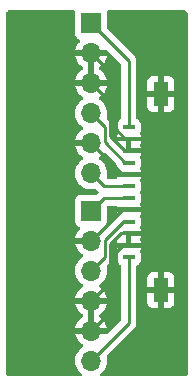
<source format=gbr>
%TF.GenerationSoftware,KiCad,Pcbnew,(6.0.5)*%
%TF.CreationDate,2023-11-29T10:07:13+07:00*%
%TF.ProjectId,conn_station,636f6e6e-5f73-4746-9174-696f6e2e6b69,rev?*%
%TF.SameCoordinates,Original*%
%TF.FileFunction,Copper,L1,Top*%
%TF.FilePolarity,Positive*%
%FSLAX46Y46*%
G04 Gerber Fmt 4.6, Leading zero omitted, Abs format (unit mm)*
G04 Created by KiCad (PCBNEW (6.0.5)) date 2023-11-29 10:07:13*
%MOMM*%
%LPD*%
G01*
G04 APERTURE LIST*
%TA.AperFunction,ComponentPad*%
%ADD10R,1.700000X1.700000*%
%TD*%
%TA.AperFunction,ComponentPad*%
%ADD11O,1.700000X1.700000*%
%TD*%
%TA.AperFunction,SMDPad,CuDef*%
%ADD12R,1.000000X0.400000*%
%TD*%
%TA.AperFunction,SMDPad,CuDef*%
%ADD13R,1.300000X2.000000*%
%TD*%
%TA.AperFunction,ViaPad*%
%ADD14C,0.800000*%
%TD*%
%TA.AperFunction,Conductor*%
%ADD15C,0.250000*%
%TD*%
G04 APERTURE END LIST*
D10*
%TO.P,J3,1,Pin_1*%
%TO.N,Net-(J2-Pad12)*%
X106700000Y-60800000D03*
D11*
%TO.P,J3,2,Pin_2*%
%TO.N,/GND*%
X106700000Y-63340000D03*
%TO.P,J3,3,Pin_3*%
X106700000Y-65880000D03*
%TO.P,J3,4,Pin_4*%
%TO.N,Net-(J2-Pad9)*%
X106700000Y-68420000D03*
%TO.P,J3,5,Pin_5*%
%TO.N,/GND*%
X106700000Y-70960000D03*
%TO.P,J3,6,Pin_6*%
%TO.N,Net-(J2-Pad7)*%
X106700000Y-73500000D03*
%TD*%
D10*
%TO.P,J1,1,Pin_1*%
%TO.N,Net-(J1-Pad1)*%
X106700000Y-76675000D03*
D11*
%TO.P,J1,2,Pin_2*%
%TO.N,/GND*%
X106700000Y-79215000D03*
%TO.P,J1,3,Pin_3*%
%TO.N,Net-(J1-Pad3)*%
X106700000Y-81755000D03*
%TO.P,J1,4,Pin_4*%
%TO.N,/GND*%
X106700000Y-84295000D03*
%TO.P,J1,5,Pin_5*%
X106700000Y-86835000D03*
%TO.P,J1,6,Pin_6*%
%TO.N,Net-(J1-Pad6)*%
X106700000Y-89375000D03*
%TD*%
D12*
%TO.P,J2,1,Pin_1*%
%TO.N,Net-(J1-Pad6)*%
X109900000Y-80600000D03*
%TO.P,J2,2,Pin_2*%
%TO.N,/GND*%
X109900000Y-79600000D03*
%TO.P,J2,3,Pin_3*%
X109900000Y-78600000D03*
%TO.P,J2,4,Pin_4*%
%TO.N,Net-(J1-Pad3)*%
X109900000Y-77600000D03*
%TO.P,J2,5,Pin_5*%
%TO.N,/GND*%
X109900000Y-76600000D03*
%TO.P,J2,6,Pin_6*%
%TO.N,Net-(J1-Pad1)*%
X109900000Y-75600000D03*
%TO.P,J2,7,Pin_7*%
%TO.N,Net-(J2-Pad7)*%
X109900000Y-74600000D03*
%TO.P,J2,8,Pin_8*%
%TO.N,/GND*%
X109900000Y-73600000D03*
%TO.P,J2,9,Pin_9*%
%TO.N,Net-(J2-Pad9)*%
X109900000Y-72600000D03*
%TO.P,J2,10,Pin_10*%
%TO.N,/GND*%
X109900000Y-71600000D03*
%TO.P,J2,11,Pin_11*%
X109900000Y-70600000D03*
%TO.P,J2,12,Pin_12*%
%TO.N,Net-(J2-Pad12)*%
X109900000Y-69600000D03*
D13*
%TO.P,J2,MP*%
%TO.N,/GND*%
X112600000Y-83400000D03*
X112600000Y-66800000D03*
%TD*%
D14*
%TO.N,/GND*%
X112600000Y-72600000D03*
X101100000Y-65800000D03*
X104300000Y-86900000D03*
X112600000Y-80400000D03*
X104300000Y-81700000D03*
X110100000Y-60800000D03*
X104500000Y-70900000D03*
X112500000Y-89400000D03*
X101100000Y-63300000D03*
X101000000Y-79200000D03*
X112600000Y-75300000D03*
X112600000Y-63400000D03*
X104500000Y-73400000D03*
X101100000Y-60800000D03*
X104500000Y-63300000D03*
X112500000Y-86900000D03*
X112600000Y-70200000D03*
X101100000Y-70900000D03*
X101000000Y-76700000D03*
X101100000Y-73400000D03*
X112600000Y-60900000D03*
X104500000Y-68300000D03*
X104300000Y-89400000D03*
X100900000Y-86900000D03*
X100900000Y-84200000D03*
X104300000Y-84200000D03*
X101100000Y-68300000D03*
X100900000Y-89400000D03*
X104400000Y-79200000D03*
X104400000Y-76700000D03*
X104500000Y-60800000D03*
X104500000Y-65800000D03*
X100900000Y-81700000D03*
X112600000Y-77900000D03*
X109900000Y-89400000D03*
%TD*%
D15*
%TO.N,Net-(J2-Pad12)*%
X109900000Y-69600000D02*
X109900000Y-64000000D01*
X109900000Y-64000000D02*
X106700000Y-60800000D01*
%TO.N,Net-(J1-Pad1)*%
X107775000Y-75600000D02*
X109900000Y-75600000D01*
X106700000Y-76675000D02*
X107775000Y-75600000D01*
%TO.N,/GND*%
X106700000Y-79215000D02*
X109315000Y-76600000D01*
X108773551Y-80200000D02*
X108773551Y-84761449D01*
X109373551Y-79600000D02*
X108773551Y-80200000D01*
X109900000Y-70600000D02*
X109600000Y-70600000D01*
X109900000Y-79600000D02*
X109373551Y-79600000D01*
X108324031Y-70324031D02*
X108324031Y-67504031D01*
X109900000Y-78600000D02*
X109224031Y-78600000D01*
X108773551Y-69773551D02*
X108773551Y-65413551D01*
X108773551Y-84761449D02*
X106700000Y-86835000D01*
X108324031Y-82670969D02*
X106700000Y-84295000D01*
X109340000Y-73600000D02*
X109900000Y-73600000D01*
X108324031Y-79500000D02*
X108324031Y-82670969D01*
X109315000Y-76600000D02*
X109900000Y-76600000D01*
X109600000Y-70600000D02*
X108773551Y-69773551D01*
X108773551Y-65413551D02*
X106700000Y-63340000D01*
X109600000Y-71600000D02*
X108324031Y-70324031D01*
X109900000Y-71600000D02*
X109600000Y-71600000D01*
X108324031Y-67504031D02*
X106700000Y-65880000D01*
X106700000Y-70960000D02*
X109340000Y-73600000D01*
X109224031Y-78600000D02*
X108324031Y-79500000D01*
%TO.N,Net-(J2-Pad9)*%
X107874511Y-70874511D02*
X107874511Y-69594511D01*
X107874511Y-69594511D02*
X106700000Y-68420000D01*
X109900000Y-72600000D02*
X109600000Y-72600000D01*
X109600000Y-72600000D02*
X107874511Y-70874511D01*
%TO.N,Net-(J1-Pad3)*%
X107874511Y-79125489D02*
X109400000Y-77600000D01*
X106700000Y-81755000D02*
X107874511Y-80580489D01*
X109400000Y-77600000D02*
X109900000Y-77600000D01*
X107874511Y-80580489D02*
X107874511Y-79125489D01*
%TO.N,Net-(J2-Pad7)*%
X106700000Y-73500000D02*
X107800000Y-74600000D01*
X107800000Y-74600000D02*
X109900000Y-74600000D01*
%TO.N,Net-(J1-Pad6)*%
X109900000Y-86175000D02*
X106700000Y-89375000D01*
X109900000Y-80600000D02*
X109900000Y-86175000D01*
%TD*%
%TA.AperFunction,Conductor*%
%TO.N,/GND*%
G36*
X105290198Y-59728502D02*
G01*
X105336691Y-59782158D01*
X105347340Y-59848108D01*
X105341500Y-59901866D01*
X105341500Y-61698134D01*
X105348255Y-61760316D01*
X105399385Y-61896705D01*
X105486739Y-62013261D01*
X105603295Y-62100615D01*
X105611704Y-62103767D01*
X105611705Y-62103768D01*
X105720960Y-62144726D01*
X105777725Y-62187367D01*
X105802425Y-62253929D01*
X105787218Y-62323278D01*
X105767825Y-62349759D01*
X105644590Y-62478717D01*
X105638104Y-62486727D01*
X105518098Y-62662649D01*
X105513000Y-62671623D01*
X105423338Y-62864783D01*
X105419775Y-62874470D01*
X105364389Y-63074183D01*
X105365912Y-63082607D01*
X105378292Y-63086000D01*
X108036459Y-63086000D01*
X108036459Y-63090775D01*
X108073133Y-63090792D01*
X108126673Y-63122577D01*
X109229595Y-64225499D01*
X109263621Y-64287811D01*
X109266500Y-64314594D01*
X109266500Y-68819618D01*
X109246498Y-68887739D01*
X109192842Y-68934232D01*
X109184731Y-68937599D01*
X109161707Y-68946231D01*
X109161704Y-68946232D01*
X109153295Y-68949385D01*
X109036739Y-69036739D01*
X108949385Y-69153295D01*
X108898255Y-69289684D01*
X108891500Y-69351866D01*
X108891500Y-69848134D01*
X108898255Y-69910316D01*
X108947589Y-70041914D01*
X108949385Y-70046705D01*
X108948693Y-70046964D01*
X108962343Y-70109374D01*
X108949420Y-70153385D01*
X108949828Y-70153538D01*
X108947738Y-70159112D01*
X108947174Y-70161034D01*
X108946679Y-70161939D01*
X108901522Y-70282394D01*
X108897895Y-70297649D01*
X108892369Y-70348514D01*
X108892000Y-70355328D01*
X108892000Y-70381885D01*
X108896475Y-70397124D01*
X108897865Y-70398329D01*
X108905548Y-70400000D01*
X110889884Y-70400000D01*
X110905123Y-70395525D01*
X110906328Y-70394135D01*
X110907999Y-70386452D01*
X110907999Y-70355331D01*
X110907629Y-70348510D01*
X110902105Y-70297648D01*
X110898479Y-70282396D01*
X110853321Y-70161939D01*
X110852826Y-70161034D01*
X110852607Y-70160034D01*
X110850172Y-70153538D01*
X110851110Y-70153186D01*
X110837657Y-70091677D01*
X110850838Y-70046788D01*
X110850615Y-70046705D01*
X110851756Y-70043663D01*
X110851758Y-70043656D01*
X110901745Y-69910316D01*
X110908500Y-69848134D01*
X110908500Y-69351866D01*
X110901745Y-69289684D01*
X110850615Y-69153295D01*
X110763261Y-69036739D01*
X110646705Y-68949385D01*
X110638296Y-68946232D01*
X110638293Y-68946231D01*
X110615269Y-68937599D01*
X110558505Y-68894957D01*
X110533806Y-68828395D01*
X110533500Y-68819618D01*
X110533500Y-67844669D01*
X111442001Y-67844669D01*
X111442371Y-67851490D01*
X111447895Y-67902352D01*
X111451521Y-67917604D01*
X111496676Y-68038054D01*
X111505214Y-68053649D01*
X111581715Y-68155724D01*
X111594276Y-68168285D01*
X111696351Y-68244786D01*
X111711946Y-68253324D01*
X111832394Y-68298478D01*
X111847649Y-68302105D01*
X111898514Y-68307631D01*
X111905328Y-68308000D01*
X112327885Y-68308000D01*
X112343124Y-68303525D01*
X112344329Y-68302135D01*
X112346000Y-68294452D01*
X112346000Y-68289884D01*
X112854000Y-68289884D01*
X112858475Y-68305123D01*
X112859865Y-68306328D01*
X112867548Y-68307999D01*
X113294669Y-68307999D01*
X113301490Y-68307629D01*
X113352352Y-68302105D01*
X113367604Y-68298479D01*
X113488054Y-68253324D01*
X113503649Y-68244786D01*
X113605724Y-68168285D01*
X113618285Y-68155724D01*
X113694786Y-68053649D01*
X113703324Y-68038054D01*
X113748478Y-67917606D01*
X113752105Y-67902351D01*
X113757631Y-67851486D01*
X113758000Y-67844672D01*
X113758000Y-67072115D01*
X113753525Y-67056876D01*
X113752135Y-67055671D01*
X113744452Y-67054000D01*
X112872115Y-67054000D01*
X112856876Y-67058475D01*
X112855671Y-67059865D01*
X112854000Y-67067548D01*
X112854000Y-68289884D01*
X112346000Y-68289884D01*
X112346000Y-67072115D01*
X112341525Y-67056876D01*
X112340135Y-67055671D01*
X112332452Y-67054000D01*
X111460116Y-67054000D01*
X111444877Y-67058475D01*
X111443672Y-67059865D01*
X111442001Y-67067548D01*
X111442001Y-67844669D01*
X110533500Y-67844669D01*
X110533500Y-66527885D01*
X111442000Y-66527885D01*
X111446475Y-66543124D01*
X111447865Y-66544329D01*
X111455548Y-66546000D01*
X112327885Y-66546000D01*
X112343124Y-66541525D01*
X112344329Y-66540135D01*
X112346000Y-66532452D01*
X112346000Y-66527885D01*
X112854000Y-66527885D01*
X112858475Y-66543124D01*
X112859865Y-66544329D01*
X112867548Y-66546000D01*
X113739884Y-66546000D01*
X113755123Y-66541525D01*
X113756328Y-66540135D01*
X113757999Y-66532452D01*
X113757999Y-65755331D01*
X113757629Y-65748510D01*
X113752105Y-65697648D01*
X113748479Y-65682396D01*
X113703324Y-65561946D01*
X113694786Y-65546351D01*
X113618285Y-65444276D01*
X113605724Y-65431715D01*
X113503649Y-65355214D01*
X113488054Y-65346676D01*
X113367606Y-65301522D01*
X113352351Y-65297895D01*
X113301486Y-65292369D01*
X113294672Y-65292000D01*
X112872115Y-65292000D01*
X112856876Y-65296475D01*
X112855671Y-65297865D01*
X112854000Y-65305548D01*
X112854000Y-66527885D01*
X112346000Y-66527885D01*
X112346000Y-65310116D01*
X112341525Y-65294877D01*
X112340135Y-65293672D01*
X112332452Y-65292001D01*
X111905331Y-65292001D01*
X111898510Y-65292371D01*
X111847648Y-65297895D01*
X111832396Y-65301521D01*
X111711946Y-65346676D01*
X111696351Y-65355214D01*
X111594276Y-65431715D01*
X111581715Y-65444276D01*
X111505214Y-65546351D01*
X111496676Y-65561946D01*
X111451522Y-65682394D01*
X111447895Y-65697649D01*
X111442369Y-65748514D01*
X111442000Y-65755328D01*
X111442000Y-66527885D01*
X110533500Y-66527885D01*
X110533500Y-64078763D01*
X110534027Y-64067579D01*
X110535701Y-64060091D01*
X110533562Y-63992032D01*
X110533500Y-63988075D01*
X110533500Y-63960144D01*
X110532994Y-63956138D01*
X110532061Y-63944292D01*
X110530922Y-63908037D01*
X110530673Y-63900110D01*
X110525022Y-63880658D01*
X110521014Y-63861306D01*
X110519468Y-63849068D01*
X110519467Y-63849066D01*
X110518474Y-63841203D01*
X110502194Y-63800086D01*
X110498359Y-63788885D01*
X110486018Y-63746406D01*
X110481985Y-63739587D01*
X110481983Y-63739582D01*
X110475707Y-63728971D01*
X110467010Y-63711221D01*
X110459552Y-63692383D01*
X110433571Y-63656623D01*
X110427053Y-63646701D01*
X110408578Y-63615460D01*
X110408574Y-63615455D01*
X110404542Y-63608637D01*
X110390218Y-63594313D01*
X110377376Y-63579278D01*
X110365472Y-63562893D01*
X110331406Y-63534711D01*
X110322627Y-63526722D01*
X108095405Y-61299500D01*
X108061379Y-61237188D01*
X108058500Y-61210405D01*
X108058500Y-59901866D01*
X108052660Y-59848108D01*
X108065188Y-59778225D01*
X108113509Y-59726210D01*
X108177923Y-59708500D01*
X114677530Y-59708500D01*
X114745651Y-59728502D01*
X114766625Y-59745405D01*
X114854595Y-59833375D01*
X114888621Y-59895687D01*
X114891500Y-59922470D01*
X114891500Y-90477530D01*
X114871498Y-90545651D01*
X114854595Y-90566625D01*
X114766625Y-90654595D01*
X114704313Y-90688621D01*
X114677530Y-90691500D01*
X107587489Y-90691500D01*
X107519368Y-90671498D01*
X107472875Y-90617842D01*
X107462771Y-90547568D01*
X107492265Y-90482988D01*
X107514321Y-90462921D01*
X107579860Y-90416173D01*
X107738096Y-90258489D01*
X107797594Y-90175689D01*
X107865435Y-90081277D01*
X107868453Y-90077077D01*
X107967430Y-89876811D01*
X108032370Y-89663069D01*
X108061529Y-89441590D01*
X108063156Y-89375000D01*
X108044852Y-89152361D01*
X108016821Y-89040765D01*
X108019625Y-88969823D01*
X108049930Y-88920974D01*
X110292247Y-86678657D01*
X110300537Y-86671113D01*
X110307018Y-86667000D01*
X110353659Y-86617332D01*
X110356413Y-86614491D01*
X110376134Y-86594770D01*
X110378612Y-86591575D01*
X110386318Y-86582553D01*
X110400499Y-86567452D01*
X110416586Y-86550321D01*
X110426346Y-86532568D01*
X110437199Y-86516045D01*
X110444753Y-86506306D01*
X110449613Y-86500041D01*
X110467176Y-86459457D01*
X110472383Y-86448827D01*
X110493695Y-86410060D01*
X110495666Y-86402383D01*
X110495668Y-86402378D01*
X110498732Y-86390442D01*
X110505138Y-86371730D01*
X110510034Y-86360417D01*
X110513181Y-86353145D01*
X110520097Y-86309481D01*
X110522504Y-86297860D01*
X110531528Y-86262711D01*
X110531528Y-86262710D01*
X110533500Y-86255030D01*
X110533500Y-86234769D01*
X110535051Y-86215058D01*
X110536979Y-86202885D01*
X110538219Y-86195057D01*
X110534059Y-86151046D01*
X110533500Y-86139189D01*
X110533500Y-84444669D01*
X111442001Y-84444669D01*
X111442371Y-84451490D01*
X111447895Y-84502352D01*
X111451521Y-84517604D01*
X111496676Y-84638054D01*
X111505214Y-84653649D01*
X111581715Y-84755724D01*
X111594276Y-84768285D01*
X111696351Y-84844786D01*
X111711946Y-84853324D01*
X111832394Y-84898478D01*
X111847649Y-84902105D01*
X111898514Y-84907631D01*
X111905328Y-84908000D01*
X112327885Y-84908000D01*
X112343124Y-84903525D01*
X112344329Y-84902135D01*
X112346000Y-84894452D01*
X112346000Y-84889884D01*
X112854000Y-84889884D01*
X112858475Y-84905123D01*
X112859865Y-84906328D01*
X112867548Y-84907999D01*
X113294669Y-84907999D01*
X113301490Y-84907629D01*
X113352352Y-84902105D01*
X113367604Y-84898479D01*
X113488054Y-84853324D01*
X113503649Y-84844786D01*
X113605724Y-84768285D01*
X113618285Y-84755724D01*
X113694786Y-84653649D01*
X113703324Y-84638054D01*
X113748478Y-84517606D01*
X113752105Y-84502351D01*
X113757631Y-84451486D01*
X113758000Y-84444672D01*
X113758000Y-83672115D01*
X113753525Y-83656876D01*
X113752135Y-83655671D01*
X113744452Y-83654000D01*
X112872115Y-83654000D01*
X112856876Y-83658475D01*
X112855671Y-83659865D01*
X112854000Y-83667548D01*
X112854000Y-84889884D01*
X112346000Y-84889884D01*
X112346000Y-83672115D01*
X112341525Y-83656876D01*
X112340135Y-83655671D01*
X112332452Y-83654000D01*
X111460116Y-83654000D01*
X111444877Y-83658475D01*
X111443672Y-83659865D01*
X111442001Y-83667548D01*
X111442001Y-84444669D01*
X110533500Y-84444669D01*
X110533500Y-83127885D01*
X111442000Y-83127885D01*
X111446475Y-83143124D01*
X111447865Y-83144329D01*
X111455548Y-83146000D01*
X112327885Y-83146000D01*
X112343124Y-83141525D01*
X112344329Y-83140135D01*
X112346000Y-83132452D01*
X112346000Y-83127885D01*
X112854000Y-83127885D01*
X112858475Y-83143124D01*
X112859865Y-83144329D01*
X112867548Y-83146000D01*
X113739884Y-83146000D01*
X113755123Y-83141525D01*
X113756328Y-83140135D01*
X113757999Y-83132452D01*
X113757999Y-82355331D01*
X113757629Y-82348510D01*
X113752105Y-82297648D01*
X113748479Y-82282396D01*
X113703324Y-82161946D01*
X113694786Y-82146351D01*
X113618285Y-82044276D01*
X113605724Y-82031715D01*
X113503649Y-81955214D01*
X113488054Y-81946676D01*
X113367606Y-81901522D01*
X113352351Y-81897895D01*
X113301486Y-81892369D01*
X113294672Y-81892000D01*
X112872115Y-81892000D01*
X112856876Y-81896475D01*
X112855671Y-81897865D01*
X112854000Y-81905548D01*
X112854000Y-83127885D01*
X112346000Y-83127885D01*
X112346000Y-81910116D01*
X112341525Y-81894877D01*
X112340135Y-81893672D01*
X112332452Y-81892001D01*
X111905331Y-81892001D01*
X111898510Y-81892371D01*
X111847648Y-81897895D01*
X111832396Y-81901521D01*
X111711946Y-81946676D01*
X111696351Y-81955214D01*
X111594276Y-82031715D01*
X111581715Y-82044276D01*
X111505214Y-82146351D01*
X111496676Y-82161946D01*
X111451522Y-82282394D01*
X111447895Y-82297649D01*
X111442369Y-82348514D01*
X111442000Y-82355328D01*
X111442000Y-83127885D01*
X110533500Y-83127885D01*
X110533500Y-81380382D01*
X110553502Y-81312261D01*
X110607158Y-81265768D01*
X110615269Y-81262401D01*
X110638293Y-81253769D01*
X110638296Y-81253768D01*
X110646705Y-81250615D01*
X110763261Y-81163261D01*
X110850615Y-81046705D01*
X110901745Y-80910316D01*
X110908500Y-80848134D01*
X110908500Y-80351866D01*
X110901745Y-80289684D01*
X110850615Y-80153295D01*
X110851307Y-80153036D01*
X110837657Y-80090626D01*
X110850580Y-80046615D01*
X110850172Y-80046462D01*
X110852262Y-80040888D01*
X110852826Y-80038966D01*
X110853321Y-80038061D01*
X110898478Y-79917606D01*
X110902105Y-79902351D01*
X110907631Y-79851486D01*
X110908000Y-79844672D01*
X110908000Y-79818115D01*
X110903525Y-79802876D01*
X110902135Y-79801671D01*
X110894452Y-79800000D01*
X108910116Y-79800000D01*
X108894877Y-79804475D01*
X108893672Y-79805865D01*
X108892001Y-79813548D01*
X108892001Y-79844669D01*
X108892371Y-79851490D01*
X108897895Y-79902352D01*
X108901521Y-79917604D01*
X108946679Y-80038061D01*
X108947174Y-80038966D01*
X108947393Y-80039966D01*
X108949828Y-80046462D01*
X108948890Y-80046814D01*
X108962343Y-80108323D01*
X108949162Y-80153212D01*
X108949385Y-80153295D01*
X108948244Y-80156337D01*
X108948242Y-80156344D01*
X108898255Y-80289684D01*
X108891500Y-80351866D01*
X108891500Y-80848134D01*
X108898255Y-80910316D01*
X108949385Y-81046705D01*
X109036739Y-81163261D01*
X109153295Y-81250615D01*
X109161704Y-81253768D01*
X109161707Y-81253769D01*
X109184731Y-81262401D01*
X109241495Y-81305043D01*
X109266194Y-81371605D01*
X109266500Y-81380382D01*
X109266500Y-85860405D01*
X109246498Y-85928526D01*
X109229595Y-85949500D01*
X108126653Y-87052442D01*
X108064341Y-87086468D01*
X108036351Y-87085547D01*
X108036351Y-87089000D01*
X105383225Y-87089000D01*
X105369694Y-87092973D01*
X105368257Y-87102966D01*
X105398565Y-87237446D01*
X105401645Y-87247275D01*
X105481770Y-87444603D01*
X105486413Y-87453794D01*
X105597694Y-87635388D01*
X105603777Y-87643699D01*
X105743213Y-87804667D01*
X105750580Y-87811883D01*
X105914434Y-87947916D01*
X105922881Y-87953831D01*
X105991969Y-87994203D01*
X106040693Y-88045842D01*
X106053764Y-88115625D01*
X106027033Y-88181396D01*
X105986584Y-88214752D01*
X105973607Y-88221507D01*
X105969474Y-88224610D01*
X105969471Y-88224612D01*
X105799100Y-88352530D01*
X105794965Y-88355635D01*
X105640629Y-88517138D01*
X105514743Y-88701680D01*
X105420688Y-88904305D01*
X105360989Y-89119570D01*
X105337251Y-89341695D01*
X105337548Y-89346848D01*
X105337548Y-89346851D01*
X105343011Y-89441590D01*
X105350110Y-89564715D01*
X105351247Y-89569761D01*
X105351248Y-89569767D01*
X105371119Y-89657939D01*
X105399222Y-89782639D01*
X105483266Y-89989616D01*
X105599987Y-90180088D01*
X105746250Y-90348938D01*
X105890331Y-90468556D01*
X105929966Y-90527458D01*
X105931464Y-90598439D01*
X105894350Y-90658962D01*
X105830406Y-90689811D01*
X105809846Y-90691500D01*
X99722470Y-90691500D01*
X99654349Y-90671498D01*
X99633375Y-90654595D01*
X99545405Y-90566625D01*
X99511379Y-90504313D01*
X99508500Y-90477530D01*
X99508500Y-86569183D01*
X105364389Y-86569183D01*
X105365912Y-86577607D01*
X105378292Y-86581000D01*
X106427885Y-86581000D01*
X106443124Y-86576525D01*
X106444329Y-86575135D01*
X106446000Y-86567452D01*
X106446000Y-86562885D01*
X106954000Y-86562885D01*
X106958475Y-86578124D01*
X106959865Y-86579329D01*
X106967548Y-86581000D01*
X108018344Y-86581000D01*
X108031875Y-86577027D01*
X108033180Y-86567947D01*
X107991214Y-86400875D01*
X107987894Y-86391124D01*
X107902972Y-86195814D01*
X107898105Y-86186739D01*
X107782426Y-86007926D01*
X107776136Y-85999757D01*
X107632806Y-85842240D01*
X107625273Y-85835215D01*
X107458139Y-85703222D01*
X107449552Y-85697517D01*
X107412116Y-85676851D01*
X107362146Y-85626419D01*
X107347374Y-85556976D01*
X107372490Y-85490571D01*
X107399842Y-85463964D01*
X107575327Y-85338792D01*
X107583200Y-85332139D01*
X107734052Y-85181812D01*
X107740730Y-85173965D01*
X107865003Y-85001020D01*
X107870313Y-84992183D01*
X107964670Y-84801267D01*
X107968469Y-84791672D01*
X108030377Y-84587910D01*
X108032555Y-84577837D01*
X108033986Y-84566962D01*
X108031775Y-84552778D01*
X108018617Y-84549000D01*
X106972115Y-84549000D01*
X106956876Y-84553475D01*
X106955671Y-84554865D01*
X106954000Y-84562548D01*
X106954000Y-86562885D01*
X106446000Y-86562885D01*
X106446000Y-84567115D01*
X106441525Y-84551876D01*
X106440135Y-84550671D01*
X106432452Y-84549000D01*
X105383225Y-84549000D01*
X105369694Y-84552973D01*
X105368257Y-84562966D01*
X105398565Y-84697446D01*
X105401645Y-84707275D01*
X105481770Y-84904603D01*
X105486413Y-84913794D01*
X105597694Y-85095388D01*
X105603777Y-85103699D01*
X105743213Y-85264667D01*
X105750580Y-85271883D01*
X105914434Y-85407916D01*
X105922881Y-85413831D01*
X105992479Y-85454501D01*
X106041203Y-85506140D01*
X106054274Y-85575923D01*
X106027543Y-85641694D01*
X105987087Y-85675053D01*
X105978462Y-85679542D01*
X105969738Y-85685036D01*
X105799433Y-85812905D01*
X105791726Y-85819748D01*
X105644590Y-85973717D01*
X105638104Y-85981727D01*
X105518098Y-86157649D01*
X105513000Y-86166623D01*
X105423338Y-86359783D01*
X105419775Y-86369470D01*
X105364389Y-86569183D01*
X99508500Y-86569183D01*
X99508500Y-81721695D01*
X105337251Y-81721695D01*
X105337548Y-81726848D01*
X105337548Y-81726851D01*
X105347852Y-81905548D01*
X105350110Y-81944715D01*
X105351247Y-81949761D01*
X105351248Y-81949767D01*
X105371119Y-82037939D01*
X105399222Y-82162639D01*
X105460673Y-82313976D01*
X105477466Y-82355331D01*
X105483266Y-82369616D01*
X105599987Y-82560088D01*
X105746250Y-82728938D01*
X105918126Y-82871632D01*
X105991955Y-82914774D01*
X106040679Y-82966412D01*
X106053750Y-83036195D01*
X106027019Y-83101967D01*
X105986562Y-83135327D01*
X105978457Y-83139546D01*
X105969738Y-83145036D01*
X105799433Y-83272905D01*
X105791726Y-83279748D01*
X105644590Y-83433717D01*
X105638104Y-83441727D01*
X105518098Y-83617649D01*
X105513000Y-83626623D01*
X105423338Y-83819783D01*
X105419775Y-83829470D01*
X105364389Y-84029183D01*
X105365912Y-84037607D01*
X105378292Y-84041000D01*
X108018344Y-84041000D01*
X108031875Y-84037027D01*
X108033180Y-84027947D01*
X107991214Y-83860875D01*
X107987894Y-83851124D01*
X107902972Y-83655814D01*
X107898105Y-83646739D01*
X107782426Y-83467926D01*
X107776136Y-83459757D01*
X107632806Y-83302240D01*
X107625273Y-83295215D01*
X107458139Y-83163222D01*
X107449556Y-83157520D01*
X107412602Y-83137120D01*
X107362631Y-83086687D01*
X107347859Y-83017245D01*
X107372975Y-82950839D01*
X107400327Y-82924232D01*
X107423797Y-82907491D01*
X107579860Y-82796173D01*
X107738096Y-82638489D01*
X107797594Y-82555689D01*
X107865435Y-82461277D01*
X107868453Y-82457077D01*
X107967430Y-82256811D01*
X108032370Y-82043069D01*
X108061529Y-81821590D01*
X108063156Y-81755000D01*
X108044852Y-81532361D01*
X108016821Y-81420765D01*
X108019625Y-81349823D01*
X108049930Y-81300974D01*
X108266758Y-81084146D01*
X108275048Y-81076602D01*
X108281529Y-81072489D01*
X108328170Y-81022821D01*
X108330924Y-81019980D01*
X108350645Y-81000259D01*
X108353123Y-80997064D01*
X108360829Y-80988042D01*
X108385669Y-80961590D01*
X108391097Y-80955810D01*
X108400857Y-80938057D01*
X108411710Y-80921534D01*
X108419264Y-80911795D01*
X108424124Y-80905530D01*
X108441687Y-80864946D01*
X108446894Y-80854316D01*
X108468206Y-80815549D01*
X108470177Y-80807872D01*
X108470179Y-80807867D01*
X108473243Y-80795931D01*
X108479649Y-80777219D01*
X108484545Y-80765906D01*
X108487692Y-80758634D01*
X108491827Y-80732530D01*
X108494608Y-80714970D01*
X108497015Y-80703349D01*
X108506039Y-80668200D01*
X108506039Y-80668199D01*
X108508011Y-80660519D01*
X108508011Y-80640258D01*
X108509562Y-80620547D01*
X108511490Y-80608374D01*
X108512730Y-80600546D01*
X108508570Y-80556535D01*
X108508011Y-80544678D01*
X108508011Y-79440083D01*
X108528013Y-79371962D01*
X108544916Y-79350988D01*
X108681413Y-79214491D01*
X108743725Y-79180465D01*
X108814540Y-79185530D01*
X108871376Y-79228077D01*
X108896187Y-79294597D01*
X108895771Y-79317192D01*
X108892369Y-79348509D01*
X108892000Y-79355328D01*
X108892000Y-79381885D01*
X108896475Y-79397124D01*
X108897865Y-79398329D01*
X108905548Y-79400000D01*
X109681885Y-79400000D01*
X109697124Y-79395525D01*
X109698329Y-79394135D01*
X109700000Y-79386452D01*
X109700000Y-79381885D01*
X110100000Y-79381885D01*
X110104475Y-79397124D01*
X110105865Y-79398329D01*
X110113548Y-79400000D01*
X110889884Y-79400000D01*
X110905123Y-79395525D01*
X110906328Y-79394135D01*
X110907999Y-79386452D01*
X110907999Y-79355331D01*
X110907629Y-79348510D01*
X110902105Y-79297648D01*
X110898479Y-79282396D01*
X110853321Y-79161939D01*
X110852538Y-79160508D01*
X110852192Y-79158927D01*
X110850172Y-79153538D01*
X110850950Y-79153246D01*
X110837369Y-79091151D01*
X110850460Y-79046570D01*
X110850172Y-79046462D01*
X110851646Y-79042531D01*
X110852538Y-79039492D01*
X110853321Y-79038061D01*
X110898478Y-78917606D01*
X110902105Y-78902351D01*
X110907631Y-78851486D01*
X110908000Y-78844672D01*
X110908000Y-78818115D01*
X110903525Y-78802876D01*
X110902135Y-78801671D01*
X110894452Y-78800000D01*
X110118115Y-78800000D01*
X110102876Y-78804475D01*
X110101671Y-78805865D01*
X110100000Y-78813548D01*
X110100000Y-79381885D01*
X109700000Y-79381885D01*
X109700000Y-78526000D01*
X109720002Y-78457879D01*
X109773658Y-78411386D01*
X109826000Y-78400000D01*
X110889884Y-78400000D01*
X110905123Y-78395525D01*
X110906328Y-78394135D01*
X110907999Y-78386452D01*
X110907999Y-78355331D01*
X110907629Y-78348510D01*
X110902105Y-78297648D01*
X110898479Y-78282396D01*
X110853321Y-78161939D01*
X110852826Y-78161034D01*
X110852607Y-78160034D01*
X110850172Y-78153538D01*
X110851110Y-78153186D01*
X110837657Y-78091677D01*
X110850838Y-78046788D01*
X110850615Y-78046705D01*
X110851756Y-78043663D01*
X110851758Y-78043656D01*
X110855566Y-78033500D01*
X110884024Y-77957586D01*
X110901745Y-77910316D01*
X110908500Y-77848134D01*
X110908500Y-77351866D01*
X110901745Y-77289684D01*
X110884024Y-77242414D01*
X110853766Y-77161699D01*
X110853764Y-77161696D01*
X110850615Y-77153295D01*
X110851307Y-77153036D01*
X110837657Y-77090626D01*
X110850580Y-77046615D01*
X110850172Y-77046462D01*
X110852262Y-77040888D01*
X110852826Y-77038966D01*
X110853321Y-77038061D01*
X110898478Y-76917606D01*
X110902105Y-76902351D01*
X110907631Y-76851486D01*
X110908000Y-76844672D01*
X110908000Y-76818115D01*
X110903525Y-76802876D01*
X110902135Y-76801671D01*
X110894452Y-76800000D01*
X108910116Y-76800000D01*
X108894877Y-76804475D01*
X108893672Y-76805865D01*
X108892001Y-76813548D01*
X108892001Y-76844669D01*
X108892371Y-76851490D01*
X108897895Y-76902352D01*
X108901521Y-76917604D01*
X108949828Y-77046462D01*
X108946885Y-77047565D01*
X108958725Y-77101732D01*
X108933980Y-77168277D01*
X108922132Y-77181963D01*
X108212866Y-77891229D01*
X108150554Y-77925255D01*
X108079739Y-77920190D01*
X108022903Y-77877643D01*
X107998092Y-77811123D01*
X108005789Y-77757905D01*
X108048971Y-77642718D01*
X108048973Y-77642712D01*
X108051745Y-77635316D01*
X108058500Y-77573134D01*
X108058500Y-76359500D01*
X108078502Y-76291379D01*
X108132158Y-76244886D01*
X108184500Y-76233500D01*
X108766000Y-76233500D01*
X108834121Y-76253502D01*
X108880614Y-76307158D01*
X108892000Y-76359500D01*
X108892000Y-76381885D01*
X108896475Y-76397124D01*
X108897865Y-76398329D01*
X108905548Y-76400000D01*
X110889884Y-76400000D01*
X110905123Y-76395525D01*
X110906328Y-76394135D01*
X110907999Y-76386452D01*
X110907999Y-76355331D01*
X110907629Y-76348510D01*
X110902105Y-76297648D01*
X110898479Y-76282396D01*
X110853321Y-76161939D01*
X110852826Y-76161034D01*
X110852607Y-76160034D01*
X110850172Y-76153538D01*
X110851110Y-76153186D01*
X110837657Y-76091677D01*
X110850838Y-76046788D01*
X110850615Y-76046705D01*
X110851756Y-76043663D01*
X110851758Y-76043656D01*
X110901745Y-75910316D01*
X110908500Y-75848134D01*
X110908500Y-75351866D01*
X110901745Y-75289684D01*
X110858067Y-75173173D01*
X110853766Y-75161699D01*
X110853764Y-75161696D01*
X110850615Y-75153295D01*
X110851466Y-75152976D01*
X110837945Y-75091151D01*
X110850958Y-75046834D01*
X110850615Y-75046705D01*
X110852372Y-75042019D01*
X110852373Y-75042015D01*
X110901745Y-74910316D01*
X110908500Y-74848134D01*
X110908500Y-74351866D01*
X110901745Y-74289684D01*
X110850615Y-74153295D01*
X110851307Y-74153036D01*
X110837657Y-74090626D01*
X110850580Y-74046615D01*
X110850172Y-74046462D01*
X110852262Y-74040888D01*
X110852826Y-74038966D01*
X110853321Y-74038061D01*
X110898478Y-73917606D01*
X110902105Y-73902351D01*
X110907631Y-73851486D01*
X110908000Y-73844672D01*
X110908000Y-73818115D01*
X110903525Y-73802876D01*
X110902135Y-73801671D01*
X110894452Y-73800000D01*
X108910116Y-73800000D01*
X108894877Y-73804475D01*
X108893672Y-73805865D01*
X108892001Y-73813548D01*
X108892001Y-73840500D01*
X108871999Y-73908621D01*
X108818343Y-73955114D01*
X108766001Y-73966500D01*
X108148128Y-73966500D01*
X108080007Y-73946498D01*
X108033514Y-73892842D01*
X108023410Y-73822568D01*
X108027569Y-73803874D01*
X108030866Y-73793023D01*
X108030869Y-73793010D01*
X108032370Y-73788069D01*
X108061529Y-73566590D01*
X108063156Y-73500000D01*
X108044852Y-73277361D01*
X107990431Y-73060702D01*
X107901354Y-72855840D01*
X107857081Y-72787405D01*
X107782822Y-72672617D01*
X107782820Y-72672614D01*
X107780014Y-72668277D01*
X107629670Y-72503051D01*
X107625619Y-72499852D01*
X107625615Y-72499848D01*
X107458414Y-72367800D01*
X107458410Y-72367798D01*
X107454359Y-72364598D01*
X107412569Y-72341529D01*
X107362598Y-72291097D01*
X107347826Y-72221654D01*
X107372942Y-72155248D01*
X107400294Y-72128641D01*
X107575328Y-72003792D01*
X107583200Y-71997139D01*
X107734052Y-71846812D01*
X107744081Y-71835027D01*
X107745630Y-71836345D01*
X107794742Y-71798039D01*
X107865444Y-71791572D01*
X107930198Y-71826102D01*
X108854597Y-72750502D01*
X108888621Y-72812812D01*
X108891500Y-72839595D01*
X108891500Y-72848134D01*
X108898255Y-72910316D01*
X108947589Y-73041914D01*
X108949385Y-73046705D01*
X108948693Y-73046964D01*
X108962343Y-73109374D01*
X108949420Y-73153385D01*
X108949828Y-73153538D01*
X108947738Y-73159112D01*
X108947174Y-73161034D01*
X108946679Y-73161939D01*
X108901522Y-73282394D01*
X108897895Y-73297649D01*
X108892369Y-73348514D01*
X108892000Y-73355328D01*
X108892000Y-73381885D01*
X108896475Y-73397124D01*
X108897865Y-73398329D01*
X108905548Y-73400000D01*
X110889884Y-73400000D01*
X110905123Y-73395525D01*
X110906328Y-73394135D01*
X110907999Y-73386452D01*
X110907999Y-73355331D01*
X110907629Y-73348510D01*
X110902105Y-73297648D01*
X110898479Y-73282396D01*
X110853321Y-73161939D01*
X110852826Y-73161034D01*
X110852607Y-73160034D01*
X110850172Y-73153538D01*
X110851110Y-73153186D01*
X110837657Y-73091677D01*
X110850838Y-73046788D01*
X110850615Y-73046705D01*
X110851756Y-73043663D01*
X110851758Y-73043656D01*
X110901745Y-72910316D01*
X110908500Y-72848134D01*
X110908500Y-72351866D01*
X110901745Y-72289684D01*
X110861402Y-72182069D01*
X110853766Y-72161699D01*
X110853764Y-72161696D01*
X110850615Y-72153295D01*
X110851307Y-72153036D01*
X110837657Y-72090626D01*
X110850580Y-72046615D01*
X110850172Y-72046462D01*
X110852262Y-72040888D01*
X110852826Y-72038966D01*
X110853321Y-72038061D01*
X110898478Y-71917606D01*
X110902105Y-71902351D01*
X110907631Y-71851486D01*
X110908000Y-71844672D01*
X110908000Y-71818115D01*
X110903525Y-71802876D01*
X110902135Y-71801671D01*
X110894452Y-71800000D01*
X109826000Y-71800000D01*
X109757879Y-71779998D01*
X109711386Y-71726342D01*
X109700000Y-71674000D01*
X109700000Y-71381885D01*
X110100000Y-71381885D01*
X110104475Y-71397124D01*
X110105865Y-71398329D01*
X110113548Y-71400000D01*
X110889884Y-71400000D01*
X110905123Y-71395525D01*
X110906328Y-71394135D01*
X110907999Y-71386452D01*
X110907999Y-71355331D01*
X110907629Y-71348510D01*
X110902105Y-71297648D01*
X110898479Y-71282396D01*
X110853321Y-71161939D01*
X110852538Y-71160508D01*
X110852192Y-71158927D01*
X110850172Y-71153538D01*
X110850950Y-71153246D01*
X110837369Y-71091151D01*
X110850460Y-71046570D01*
X110850172Y-71046462D01*
X110851646Y-71042531D01*
X110852538Y-71039492D01*
X110853321Y-71038061D01*
X110898478Y-70917606D01*
X110902105Y-70902351D01*
X110907631Y-70851486D01*
X110908000Y-70844672D01*
X110908000Y-70818115D01*
X110903525Y-70802876D01*
X110902135Y-70801671D01*
X110894452Y-70800000D01*
X110118115Y-70800000D01*
X110102876Y-70804475D01*
X110101671Y-70805865D01*
X110100000Y-70813548D01*
X110100000Y-71381885D01*
X109700000Y-71381885D01*
X109700000Y-70818115D01*
X109695525Y-70802876D01*
X109694135Y-70801671D01*
X109686452Y-70800000D01*
X108910116Y-70800000D01*
X108894877Y-70804474D01*
X108893209Y-70806400D01*
X108833483Y-70844784D01*
X108762487Y-70844784D01*
X108708889Y-70812983D01*
X108544916Y-70649010D01*
X108510890Y-70586698D01*
X108508011Y-70559915D01*
X108508011Y-69673274D01*
X108508538Y-69662090D01*
X108510212Y-69654602D01*
X108508073Y-69586543D01*
X108508011Y-69582586D01*
X108508011Y-69554655D01*
X108507505Y-69550649D01*
X108506572Y-69538803D01*
X108505433Y-69502548D01*
X108505184Y-69494621D01*
X108499533Y-69475169D01*
X108495525Y-69455817D01*
X108493979Y-69443579D01*
X108493978Y-69443577D01*
X108492985Y-69435714D01*
X108476705Y-69394597D01*
X108472870Y-69383396D01*
X108460529Y-69340917D01*
X108456496Y-69334098D01*
X108456494Y-69334093D01*
X108450218Y-69323482D01*
X108441521Y-69305732D01*
X108434063Y-69286894D01*
X108408082Y-69251134D01*
X108401564Y-69241212D01*
X108383089Y-69209971D01*
X108383085Y-69209966D01*
X108379053Y-69203148D01*
X108364729Y-69188824D01*
X108351887Y-69173789D01*
X108339983Y-69157404D01*
X108305917Y-69129222D01*
X108297138Y-69121233D01*
X108051218Y-68875313D01*
X108017192Y-68813001D01*
X108019755Y-68749589D01*
X108030865Y-68713022D01*
X108032370Y-68708069D01*
X108061529Y-68486590D01*
X108063156Y-68420000D01*
X108044852Y-68197361D01*
X107990431Y-67980702D01*
X107901354Y-67775840D01*
X107780014Y-67588277D01*
X107629670Y-67423051D01*
X107625619Y-67419852D01*
X107625615Y-67419848D01*
X107458414Y-67287800D01*
X107458410Y-67287798D01*
X107454359Y-67284598D01*
X107412569Y-67261529D01*
X107362598Y-67211097D01*
X107347826Y-67141654D01*
X107372942Y-67075248D01*
X107400294Y-67048641D01*
X107575328Y-66923792D01*
X107583200Y-66917139D01*
X107734052Y-66766812D01*
X107740730Y-66758965D01*
X107865003Y-66586020D01*
X107870313Y-66577183D01*
X107964670Y-66386267D01*
X107968469Y-66376672D01*
X108030377Y-66172910D01*
X108032555Y-66162837D01*
X108033986Y-66151962D01*
X108031775Y-66137778D01*
X108018617Y-66134000D01*
X105383225Y-66134000D01*
X105369694Y-66137973D01*
X105368257Y-66147966D01*
X105398565Y-66282446D01*
X105401645Y-66292275D01*
X105481770Y-66489603D01*
X105486413Y-66498794D01*
X105597694Y-66680388D01*
X105603777Y-66688699D01*
X105743213Y-66849667D01*
X105750580Y-66856883D01*
X105914434Y-66992916D01*
X105922881Y-66998831D01*
X105991969Y-67039203D01*
X106040693Y-67090842D01*
X106053764Y-67160625D01*
X106027033Y-67226396D01*
X105986584Y-67259752D01*
X105973607Y-67266507D01*
X105969474Y-67269610D01*
X105969471Y-67269612D01*
X105945247Y-67287800D01*
X105794965Y-67400635D01*
X105640629Y-67562138D01*
X105514743Y-67746680D01*
X105420688Y-67949305D01*
X105360989Y-68164570D01*
X105337251Y-68386695D01*
X105337548Y-68391848D01*
X105337548Y-68391851D01*
X105343011Y-68486590D01*
X105350110Y-68609715D01*
X105351247Y-68614761D01*
X105351248Y-68614767D01*
X105371119Y-68702939D01*
X105399222Y-68827639D01*
X105483266Y-69034616D01*
X105485965Y-69039020D01*
X105562440Y-69163816D01*
X105599987Y-69225088D01*
X105746250Y-69393938D01*
X105918126Y-69536632D01*
X105948969Y-69554655D01*
X105991955Y-69579774D01*
X106040679Y-69631412D01*
X106053750Y-69701195D01*
X106027019Y-69766967D01*
X105986562Y-69800327D01*
X105978457Y-69804546D01*
X105969738Y-69810036D01*
X105799433Y-69937905D01*
X105791726Y-69944748D01*
X105644590Y-70098717D01*
X105638104Y-70106727D01*
X105518098Y-70282649D01*
X105513000Y-70291623D01*
X105423338Y-70484783D01*
X105419775Y-70494470D01*
X105364389Y-70694183D01*
X105365912Y-70702607D01*
X105378292Y-70706000D01*
X106828000Y-70706000D01*
X106896121Y-70726002D01*
X106942614Y-70779658D01*
X106954000Y-70832000D01*
X106954000Y-71088000D01*
X106933998Y-71156121D01*
X106880342Y-71202614D01*
X106828000Y-71214000D01*
X105383225Y-71214000D01*
X105369694Y-71217973D01*
X105368257Y-71227966D01*
X105398565Y-71362446D01*
X105401645Y-71372275D01*
X105481770Y-71569603D01*
X105486413Y-71578794D01*
X105597694Y-71760388D01*
X105603777Y-71768699D01*
X105743213Y-71929667D01*
X105750580Y-71936883D01*
X105914434Y-72072916D01*
X105922881Y-72078831D01*
X105991969Y-72119203D01*
X106040693Y-72170842D01*
X106053764Y-72240625D01*
X106027033Y-72306396D01*
X105986584Y-72339752D01*
X105973607Y-72346507D01*
X105969474Y-72349610D01*
X105969471Y-72349612D01*
X105945247Y-72367800D01*
X105794965Y-72480635D01*
X105640629Y-72642138D01*
X105514743Y-72826680D01*
X105420688Y-73029305D01*
X105360989Y-73244570D01*
X105337251Y-73466695D01*
X105337548Y-73471848D01*
X105337548Y-73471851D01*
X105343011Y-73566590D01*
X105350110Y-73689715D01*
X105351247Y-73694761D01*
X105351248Y-73694767D01*
X105371120Y-73782942D01*
X105399222Y-73907639D01*
X105483266Y-74114616D01*
X105534942Y-74198944D01*
X105595362Y-74297540D01*
X105599987Y-74305088D01*
X105746250Y-74473938D01*
X105918126Y-74616632D01*
X106111000Y-74729338D01*
X106319692Y-74809030D01*
X106324760Y-74810061D01*
X106324763Y-74810062D01*
X106432003Y-74831880D01*
X106538597Y-74853567D01*
X106543772Y-74853757D01*
X106543774Y-74853757D01*
X106756673Y-74861564D01*
X106756677Y-74861564D01*
X106761837Y-74861753D01*
X106766957Y-74861097D01*
X106766959Y-74861097D01*
X106845512Y-74851034D01*
X106983416Y-74833368D01*
X107029826Y-74819444D01*
X107100821Y-74819026D01*
X107155129Y-74851034D01*
X107296348Y-74992253D01*
X107303888Y-75000539D01*
X107308000Y-75007018D01*
X107310643Y-75009500D01*
X107337900Y-75072978D01*
X107326196Y-75143004D01*
X107309983Y-75168263D01*
X107309794Y-75168492D01*
X107301712Y-75177384D01*
X107199501Y-75279595D01*
X107137189Y-75313621D01*
X107110406Y-75316500D01*
X105801866Y-75316500D01*
X105739684Y-75323255D01*
X105603295Y-75374385D01*
X105486739Y-75461739D01*
X105399385Y-75578295D01*
X105348255Y-75714684D01*
X105341500Y-75776866D01*
X105341500Y-77573134D01*
X105348255Y-77635316D01*
X105399385Y-77771705D01*
X105486739Y-77888261D01*
X105603295Y-77975615D01*
X105611704Y-77978767D01*
X105611705Y-77978768D01*
X105720960Y-78019726D01*
X105777725Y-78062367D01*
X105802425Y-78128929D01*
X105787218Y-78198278D01*
X105767825Y-78224759D01*
X105644590Y-78353717D01*
X105638104Y-78361727D01*
X105518098Y-78537649D01*
X105513000Y-78546623D01*
X105423338Y-78739783D01*
X105419775Y-78749470D01*
X105364389Y-78949183D01*
X105365912Y-78957607D01*
X105378292Y-78961000D01*
X106828000Y-78961000D01*
X106896121Y-78981002D01*
X106942614Y-79034658D01*
X106954000Y-79087000D01*
X106954000Y-79343000D01*
X106933998Y-79411121D01*
X106880342Y-79457614D01*
X106828000Y-79469000D01*
X105383225Y-79469000D01*
X105369694Y-79472973D01*
X105368257Y-79482966D01*
X105398565Y-79617446D01*
X105401645Y-79627275D01*
X105481770Y-79824603D01*
X105486413Y-79833794D01*
X105597694Y-80015388D01*
X105603777Y-80023699D01*
X105743213Y-80184667D01*
X105750580Y-80191883D01*
X105914434Y-80327916D01*
X105922881Y-80333831D01*
X105991969Y-80374203D01*
X106040693Y-80425842D01*
X106053764Y-80495625D01*
X106027033Y-80561396D01*
X105986584Y-80594752D01*
X105973607Y-80601507D01*
X105969474Y-80604610D01*
X105969471Y-80604612D01*
X105830302Y-80709103D01*
X105794965Y-80735635D01*
X105791393Y-80739373D01*
X105711961Y-80822494D01*
X105640629Y-80897138D01*
X105637715Y-80901410D01*
X105637714Y-80901411D01*
X105575663Y-80992375D01*
X105514743Y-81081680D01*
X105512564Y-81086375D01*
X105429293Y-81265768D01*
X105420688Y-81284305D01*
X105360989Y-81499570D01*
X105337251Y-81721695D01*
X99508500Y-81721695D01*
X99508500Y-65614183D01*
X105364389Y-65614183D01*
X105365912Y-65622607D01*
X105378292Y-65626000D01*
X106427885Y-65626000D01*
X106443124Y-65621525D01*
X106444329Y-65620135D01*
X106446000Y-65612452D01*
X106446000Y-65607885D01*
X106954000Y-65607885D01*
X106958475Y-65623124D01*
X106959865Y-65624329D01*
X106967548Y-65626000D01*
X108018344Y-65626000D01*
X108031875Y-65622027D01*
X108033180Y-65612947D01*
X107991214Y-65445875D01*
X107987894Y-65436124D01*
X107902972Y-65240814D01*
X107898105Y-65231739D01*
X107782426Y-65052926D01*
X107776136Y-65044757D01*
X107632806Y-64887240D01*
X107625273Y-64880215D01*
X107458139Y-64748222D01*
X107449552Y-64742517D01*
X107412116Y-64721851D01*
X107362146Y-64671419D01*
X107347374Y-64601976D01*
X107372490Y-64535571D01*
X107399842Y-64508964D01*
X107575327Y-64383792D01*
X107583200Y-64377139D01*
X107734052Y-64226812D01*
X107740730Y-64218965D01*
X107865003Y-64046020D01*
X107870313Y-64037183D01*
X107964670Y-63846267D01*
X107968469Y-63836672D01*
X108030377Y-63632910D01*
X108032555Y-63622837D01*
X108033986Y-63611962D01*
X108031775Y-63597778D01*
X108018617Y-63594000D01*
X106972115Y-63594000D01*
X106956876Y-63598475D01*
X106955671Y-63599865D01*
X106954000Y-63607548D01*
X106954000Y-65607885D01*
X106446000Y-65607885D01*
X106446000Y-63612115D01*
X106441525Y-63596876D01*
X106440135Y-63595671D01*
X106432452Y-63594000D01*
X105383225Y-63594000D01*
X105369694Y-63597973D01*
X105368257Y-63607966D01*
X105398565Y-63742446D01*
X105401645Y-63752275D01*
X105481770Y-63949603D01*
X105486413Y-63958794D01*
X105597694Y-64140388D01*
X105603777Y-64148699D01*
X105743213Y-64309667D01*
X105750580Y-64316883D01*
X105914434Y-64452916D01*
X105922881Y-64458831D01*
X105992479Y-64499501D01*
X106041203Y-64551140D01*
X106054274Y-64620923D01*
X106027543Y-64686694D01*
X105987087Y-64720053D01*
X105978462Y-64724542D01*
X105969738Y-64730036D01*
X105799433Y-64857905D01*
X105791726Y-64864748D01*
X105644590Y-65018717D01*
X105638104Y-65026727D01*
X105518098Y-65202649D01*
X105513000Y-65211623D01*
X105423338Y-65404783D01*
X105419775Y-65414470D01*
X105364389Y-65614183D01*
X99508500Y-65614183D01*
X99508500Y-59922470D01*
X99528502Y-59854349D01*
X99545405Y-59833375D01*
X99633375Y-59745405D01*
X99695687Y-59711379D01*
X99722470Y-59708500D01*
X105222077Y-59708500D01*
X105290198Y-59728502D01*
G37*
%TD.AperFunction*%
%TD*%
M02*

</source>
